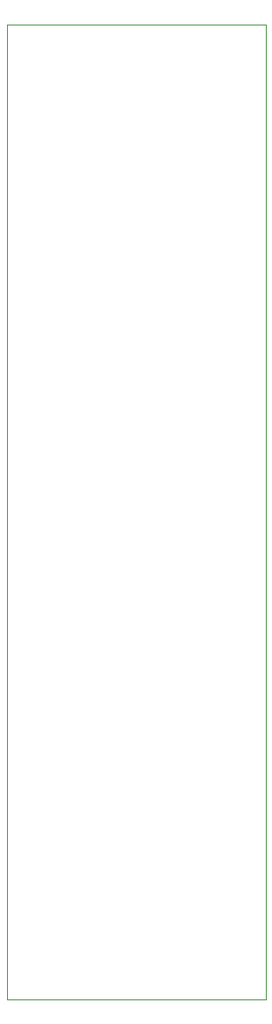
<source format=gbr>
G04 #@! TF.GenerationSoftware,KiCad,Pcbnew,(5.1.5-0-10_14)*
G04 #@! TF.CreationDate,2021-02-04T12:17:35+01:00*
G04 #@! TF.ProjectId,vm120-output,766d3132-302d-46f7-9574-7075742e6b69,rev?*
G04 #@! TF.SameCoordinates,Original*
G04 #@! TF.FileFunction,Profile,NP*
%FSLAX46Y46*%
G04 Gerber Fmt 4.6, Leading zero omitted, Abs format (unit mm)*
G04 Created by KiCad (PCBNEW (5.1.5-0-10_14)) date 2021-02-04 12:17:35*
%MOMM*%
%LPD*%
G04 APERTURE LIST*
%ADD10C,0.050000*%
G04 APERTURE END LIST*
D10*
X152000000Y-135500000D02*
X152000000Y-41500000D01*
X177000000Y-135500000D02*
X152000000Y-135500000D01*
X177000000Y-41500000D02*
X177000000Y-135500000D01*
X152000000Y-41500000D02*
X177000000Y-41500000D01*
M02*

</source>
